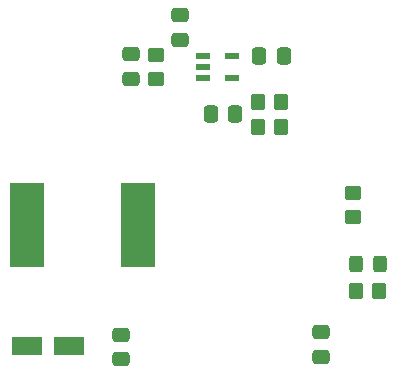
<source format=gbr>
%TF.GenerationSoftware,KiCad,Pcbnew,(6.0.7-1)-1*%
%TF.CreationDate,2022-10-05T22:32:41+11:00*%
%TF.ProjectId,open_jip,6f70656e-5f6a-4697-902e-6b696361645f,rev?*%
%TF.SameCoordinates,Original*%
%TF.FileFunction,Paste,Top*%
%TF.FilePolarity,Positive*%
%FSLAX46Y46*%
G04 Gerber Fmt 4.6, Leading zero omitted, Abs format (unit mm)*
G04 Created by KiCad (PCBNEW (6.0.7-1)-1) date 2022-10-05 22:32:41*
%MOMM*%
%LPD*%
G01*
G04 APERTURE LIST*
G04 Aperture macros list*
%AMRoundRect*
0 Rectangle with rounded corners*
0 $1 Rounding radius*
0 $2 $3 $4 $5 $6 $7 $8 $9 X,Y pos of 4 corners*
0 Add a 4 corners polygon primitive as box body*
4,1,4,$2,$3,$4,$5,$6,$7,$8,$9,$2,$3,0*
0 Add four circle primitives for the rounded corners*
1,1,$1+$1,$2,$3*
1,1,$1+$1,$4,$5*
1,1,$1+$1,$6,$7*
1,1,$1+$1,$8,$9*
0 Add four rect primitives between the rounded corners*
20,1,$1+$1,$2,$3,$4,$5,0*
20,1,$1+$1,$4,$5,$6,$7,0*
20,1,$1+$1,$6,$7,$8,$9,0*
20,1,$1+$1,$8,$9,$2,$3,0*%
G04 Aperture macros list end*
%ADD10RoundRect,0.249999X-0.325001X-0.450001X0.325001X-0.450001X0.325001X0.450001X-0.325001X0.450001X0*%
%ADD11RoundRect,0.249999X0.350001X0.450001X-0.350001X0.450001X-0.350001X-0.450001X0.350001X-0.450001X0*%
%ADD12RoundRect,0.250000X0.475000X-0.337500X0.475000X0.337500X-0.475000X0.337500X-0.475000X-0.337500X0*%
%ADD13RoundRect,0.250000X-0.475000X0.337500X-0.475000X-0.337500X0.475000X-0.337500X0.475000X0.337500X0*%
%ADD14RoundRect,0.250000X-1.050000X-0.550000X1.050000X-0.550000X1.050000X0.550000X-1.050000X0.550000X0*%
%ADD15R,1.210000X0.590000*%
%ADD16RoundRect,0.250000X0.450000X-0.350000X0.450000X0.350000X-0.450000X0.350000X-0.450000X-0.350000X0*%
%ADD17RoundRect,0.250000X-0.450000X0.350000X-0.450000X-0.350000X0.450000X-0.350000X0.450000X0.350000X0*%
%ADD18R,2.895600X7.112000*%
%ADD19RoundRect,0.250000X0.350000X0.450000X-0.350000X0.450000X-0.350000X-0.450000X0.350000X-0.450000X0*%
%ADD20RoundRect,0.250000X-0.337500X-0.475000X0.337500X-0.475000X0.337500X0.475000X-0.337500X0.475000X0*%
%ADD21RoundRect,0.250000X-0.350000X-0.450000X0.350000X-0.450000X0.350000X0.450000X-0.350000X0.450000X0*%
%ADD22RoundRect,0.250000X0.337500X0.475000X-0.337500X0.475000X-0.337500X-0.475000X0.337500X-0.475000X0*%
G04 APERTURE END LIST*
D10*
%TO.C,D1*%
X173100000Y-98600000D03*
X175150000Y-98600000D03*
%TD*%
D11*
%TO.C,R1*%
X175100000Y-100900000D03*
X173100000Y-100900000D03*
%TD*%
D12*
%TO.C,C2*%
X170180000Y-106447500D03*
X170180000Y-104372500D03*
%TD*%
D13*
%TO.C,C4*%
X153200000Y-104562500D03*
X153200000Y-106637500D03*
%TD*%
D14*
%TO.C,C6*%
X145250000Y-105500000D03*
X148850000Y-105500000D03*
%TD*%
D15*
%TO.C,U2*%
X160145000Y-80950000D03*
X160145000Y-81900000D03*
X160145000Y-82850000D03*
X162655000Y-82850000D03*
X162655000Y-80950000D03*
%TD*%
D13*
%TO.C,C3*%
X154100000Y-80825000D03*
X154100000Y-82900000D03*
%TD*%
D16*
%TO.C,R5*%
X172900000Y-94600000D03*
X172900000Y-92600000D03*
%TD*%
D17*
%TO.C,R4*%
X156200000Y-80900000D03*
X156200000Y-82900000D03*
%TD*%
D13*
%TO.C,C5*%
X158200000Y-77525000D03*
X158200000Y-79600000D03*
%TD*%
D18*
%TO.C,R7*%
X145243900Y-95300000D03*
X154667300Y-95300000D03*
%TD*%
D19*
%TO.C,R3*%
X166800000Y-87000000D03*
X164800000Y-87000000D03*
%TD*%
D20*
%TO.C,C1*%
X160825000Y-85900000D03*
X162900000Y-85900000D03*
%TD*%
D21*
%TO.C,R2*%
X164800000Y-84900000D03*
X166800000Y-84900000D03*
%TD*%
D22*
%TO.C,C7*%
X167037500Y-81000000D03*
X164962500Y-81000000D03*
%TD*%
M02*

</source>
